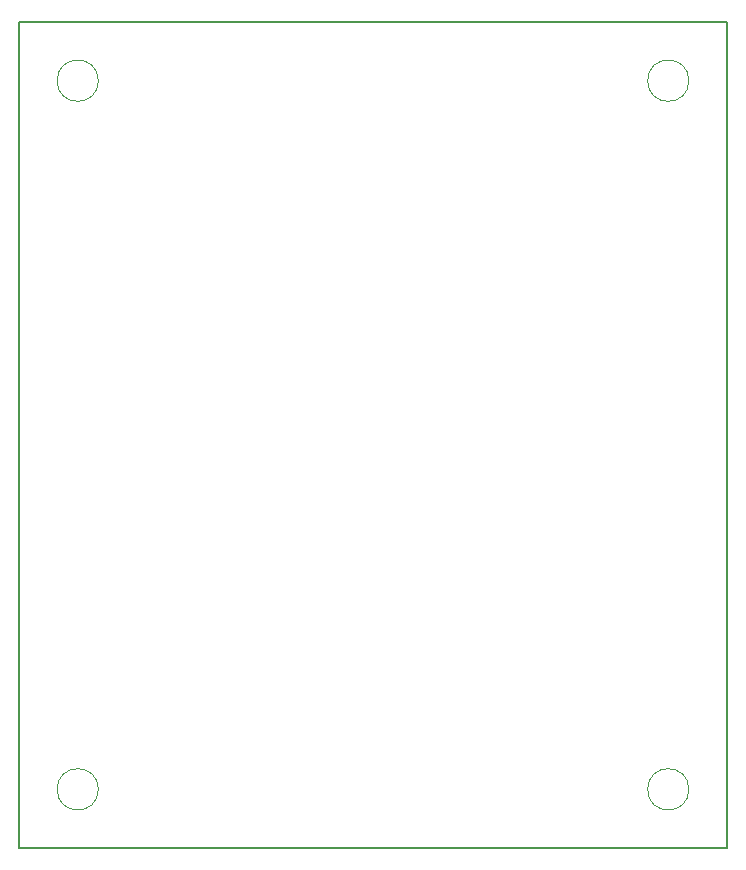
<source format=gbr>
%TF.GenerationSoftware,KiCad,Pcbnew,8.0.1*%
%TF.CreationDate,2024-05-22T11:11:13+02:00*%
%TF.ProjectId,Slave,536c6176-652e-46b6-9963-61645f706362,rev?*%
%TF.SameCoordinates,Original*%
%TF.FileFunction,Profile,NP*%
%FSLAX46Y46*%
G04 Gerber Fmt 4.6, Leading zero omitted, Abs format (unit mm)*
G04 Created by KiCad (PCBNEW 8.0.1) date 2024-05-22 11:11:13*
%MOMM*%
%LPD*%
G01*
G04 APERTURE LIST*
%TA.AperFunction,Profile*%
%ADD10C,0.100000*%
%TD*%
%TA.AperFunction,Profile*%
%ADD11C,0.150000*%
%TD*%
G04 APERTURE END LIST*
D10*
X156750000Y-47500000D02*
G75*
G02*
X153250000Y-47500000I-1750000J0D01*
G01*
X153250000Y-47500000D02*
G75*
G02*
X156750000Y-47500000I1750000J0D01*
G01*
X106750000Y-107500000D02*
G75*
G02*
X103250000Y-107500000I-1750000J0D01*
G01*
X103250000Y-107500000D02*
G75*
G02*
X106750000Y-107500000I1750000J0D01*
G01*
X156750000Y-107500000D02*
G75*
G02*
X153250000Y-107500000I-1750000J0D01*
G01*
X153250000Y-107500000D02*
G75*
G02*
X156750000Y-107500000I1750000J0D01*
G01*
D11*
X100000000Y-42500000D02*
X160000000Y-42500000D01*
X160000000Y-112500000D01*
X100000000Y-112500000D01*
X100000000Y-42500000D01*
D10*
X106750000Y-47500000D02*
G75*
G02*
X103250000Y-47500000I-1750000J0D01*
G01*
X103250000Y-47500000D02*
G75*
G02*
X106750000Y-47500000I1750000J0D01*
G01*
M02*

</source>
